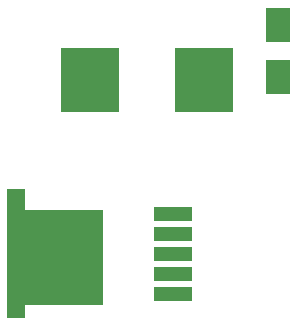
<source format=gbp>
G04 Layer: BottomPasteMaskLayer*
G04 EasyEDA v6.5.42, 2024-03-05 11:07:17*
G04 3b4d56fbe8a64d45884a67d00f8a37e5,a2f4cb7aa3704937908c5b59a0d1150c,10*
G04 Gerber Generator version 0.2*
G04 Scale: 100 percent, Rotated: No, Reflected: No *
G04 Dimensions in millimeters *
G04 leading zeros omitted , absolute positions ,4 integer and 5 decimal *
%FSLAX45Y45*%
%MOMM*%

%AMMACRO1*21,1,$1,$2,0,0,$3*%
%AMMACRO2*4,1,8,4.064,3.683,-2.54,3.683,-2.54,5.461,-4.064,5.461,-4.064,-5.461,-2.54,-5.461,-2.54,-4.3175,4.064,-4.3175,4.064,3.683,0*%
%ADD10R,5.0000X5.4000*%
%ADD11MACRO1,3.2001X1.1501X0.0000*%
%ADD12MACRO2*%
%ADD13R,2.0000X3.0000*%

%LPD*%
D10*
G01*
X10746587Y5854700D03*
G01*
X9776612Y5854700D03*
D11*
G01*
X10482973Y4041139D03*
G01*
X10482973Y4211319D03*
G01*
X10482973Y4551680D03*
G01*
X10482973Y4381500D03*
G01*
X10482973Y4721860D03*
D12*
G01*
X9481438Y4381500D03*
D13*
G01*
X11366500Y5876010D03*
G01*
X11366500Y6315989D03*
M02*

</source>
